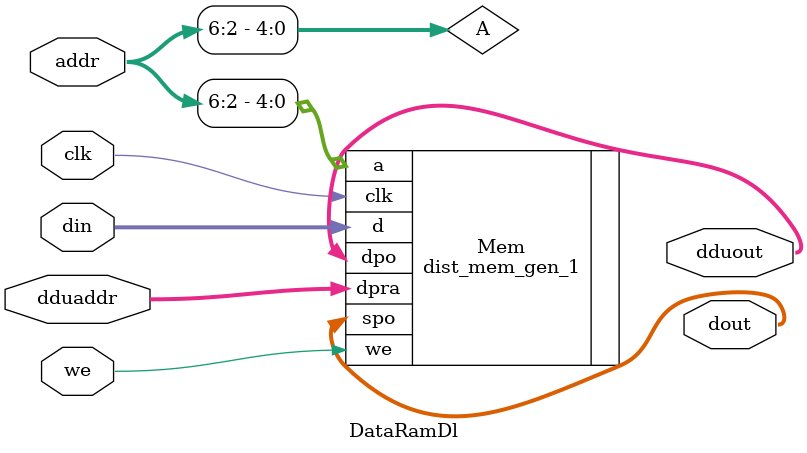
<source format=v>
`timescale 1ns / 1ps
module DataRamDl(
	input clk,
	input [31:0]addr,
	input [31:0]din,
	input we,
	input [31:0] dduaddr,
	output [31:0] dduout,
	output [31:0]dout
    );

	wire [4:0]A;
	assign A=(addr>>2);
	dist_mem_gen_1 Mem(.a(A),.dpra(dduaddr),.d(din),.we(we),.clk(clk),.spo(dout),.dpo(dduout));


endmodule

</source>
